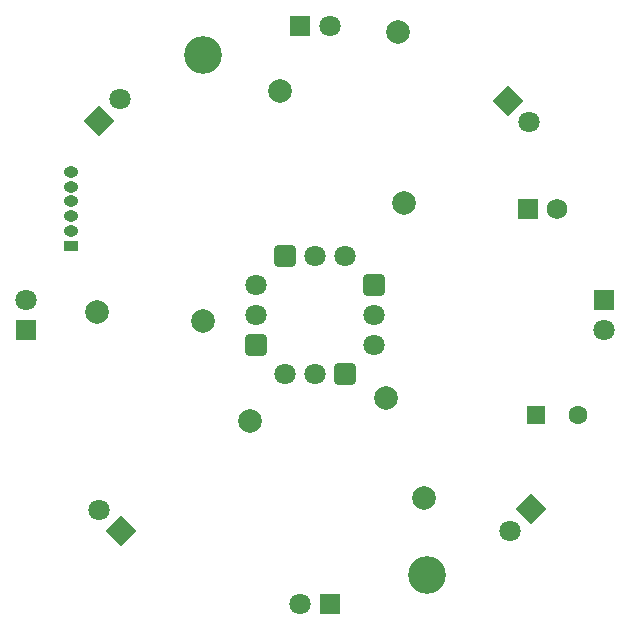
<source format=gbr>
%TF.GenerationSoftware,KiCad,Pcbnew,(6.0.1)*%
%TF.CreationDate,2022-07-03T20:59:54-07:00*%
%TF.ProjectId,EmitterDriverV2,456d6974-7465-4724-9472-697665725632,rev?*%
%TF.SameCoordinates,Original*%
%TF.FileFunction,Soldermask,Bot*%
%TF.FilePolarity,Negative*%
%FSLAX46Y46*%
G04 Gerber Fmt 4.6, Leading zero omitted, Abs format (unit mm)*
G04 Created by KiCad (PCBNEW (6.0.1)) date 2022-07-03 20:59:54*
%MOMM*%
%LPD*%
G01*
G04 APERTURE LIST*
G04 Aperture macros list*
%AMRoundRect*
0 Rectangle with rounded corners*
0 $1 Rounding radius*
0 $2 $3 $4 $5 $6 $7 $8 $9 X,Y pos of 4 corners*
0 Add a 4 corners polygon primitive as box body*
4,1,4,$2,$3,$4,$5,$6,$7,$8,$9,$2,$3,0*
0 Add four circle primitives for the rounded corners*
1,1,$1+$1,$2,$3*
1,1,$1+$1,$4,$5*
1,1,$1+$1,$6,$7*
1,1,$1+$1,$8,$9*
0 Add four rect primitives between the rounded corners*
20,1,$1+$1,$2,$3,$4,$5,0*
20,1,$1+$1,$4,$5,$6,$7,0*
20,1,$1+$1,$6,$7,$8,$9,0*
20,1,$1+$1,$8,$9,$2,$3,0*%
%AMRotRect*
0 Rectangle, with rotation*
0 The origin of the aperture is its center*
0 $1 length*
0 $2 width*
0 $3 Rotation angle, in degrees counterclockwise*
0 Add horizontal line*
21,1,$1,$2,0,0,$3*%
G04 Aperture macros list end*
%ADD10R,1.600000X1.600000*%
%ADD11C,1.600000*%
%ADD12C,1.800000*%
%ADD13RotRect,1.800000X1.800000X45.000000*%
%ADD14C,2.000000*%
%ADD15C,3.200000*%
%ADD16RoundRect,0.248400X-0.651600X0.651600X-0.651600X-0.651600X0.651600X-0.651600X0.651600X0.651600X0*%
%ADD17RoundRect,0.248400X-0.651600X-0.651600X0.651600X-0.651600X0.651600X0.651600X-0.651600X0.651600X0*%
%ADD18RoundRect,0.248400X0.651600X-0.651600X0.651600X0.651600X-0.651600X0.651600X-0.651600X-0.651600X0*%
%ADD19RoundRect,0.248400X0.651600X0.651600X-0.651600X0.651600X-0.651600X-0.651600X0.651600X-0.651600X0*%
%ADD20R,1.800000X1.800000*%
%ADD21RotRect,1.800000X1.800000X135.000000*%
%ADD22RotRect,1.800000X1.800000X315.000000*%
%ADD23RotRect,1.800000X1.800000X225.000000*%
%ADD24O,1.250000X0.950000*%
%ADD25R,1.250000X0.950000*%
%ADD26C,1.750000*%
%ADD27R,1.750000X1.750000*%
G04 APERTURE END LIST*
D10*
%TO.C,C2*%
X158750000Y-78500000D03*
D11*
X162250000Y-78500000D03*
%TD*%
D12*
%TO.C,D5*%
X123500000Y-51750000D03*
D13*
X121703949Y-53546051D03*
%TD*%
D14*
%TO.C,TP8*%
X146000000Y-77000000D03*
%TD*%
%TO.C,TP7*%
X147000000Y-46000000D03*
%TD*%
%TO.C,TP6*%
X147500000Y-60500000D03*
%TD*%
%TO.C,TP5*%
X134500000Y-79000000D03*
%TD*%
%TO.C,TP4*%
X137000000Y-51000000D03*
%TD*%
%TO.C,TP3*%
X130500000Y-70500000D03*
%TD*%
%TO.C,TP2*%
X121500000Y-69750000D03*
%TD*%
%TO.C,TP1*%
X149250000Y-85500000D03*
%TD*%
D15*
%TO.C,H2*%
X149500000Y-92000000D03*
%TD*%
%TO.C,H1*%
X130500000Y-48000000D03*
%TD*%
D16*
%TO.C,U4*%
X145000000Y-67460000D03*
D12*
X145000000Y-70000000D03*
X145000000Y-72540000D03*
%TD*%
D17*
%TO.C,U3*%
X137460000Y-65000000D03*
D12*
X140000000Y-65000000D03*
X142540000Y-65000000D03*
%TD*%
%TO.C,U2*%
X135000000Y-67460000D03*
X135000000Y-70000000D03*
D18*
X135000000Y-72540000D03*
%TD*%
D19*
%TO.C,U1*%
X142540000Y-75000000D03*
D12*
X140000000Y-75000000D03*
X137460000Y-75000000D03*
%TD*%
D20*
%TO.C,D10*%
X164500000Y-68710000D03*
D12*
X164500000Y-71250000D03*
%TD*%
%TO.C,D9*%
X138750000Y-94500000D03*
D20*
X141290000Y-94500000D03*
%TD*%
%TO.C,D8*%
X115500000Y-71275000D03*
D12*
X115500000Y-68735000D03*
%TD*%
D20*
%TO.C,D7*%
X138750000Y-45500000D03*
D12*
X141290000Y-45500000D03*
%TD*%
D21*
%TO.C,D6*%
X123546051Y-88296051D03*
D12*
X121750000Y-86500000D03*
%TD*%
D22*
%TO.C,D4*%
X156348439Y-51848439D03*
D12*
X158144490Y-53644490D03*
%TD*%
D23*
%TO.C,D3*%
X158296051Y-86453949D03*
D12*
X156500000Y-88250000D03*
%TD*%
D24*
%TO.C,J1*%
X119325000Y-57875000D03*
X119325000Y-59125000D03*
X119325000Y-60375000D03*
X119325000Y-61625000D03*
X119325000Y-62875000D03*
D25*
X119325000Y-64125000D03*
%TD*%
D26*
%TO.C,J2*%
X160500000Y-61000000D03*
D27*
X158000000Y-61000000D03*
%TD*%
M02*

</source>
